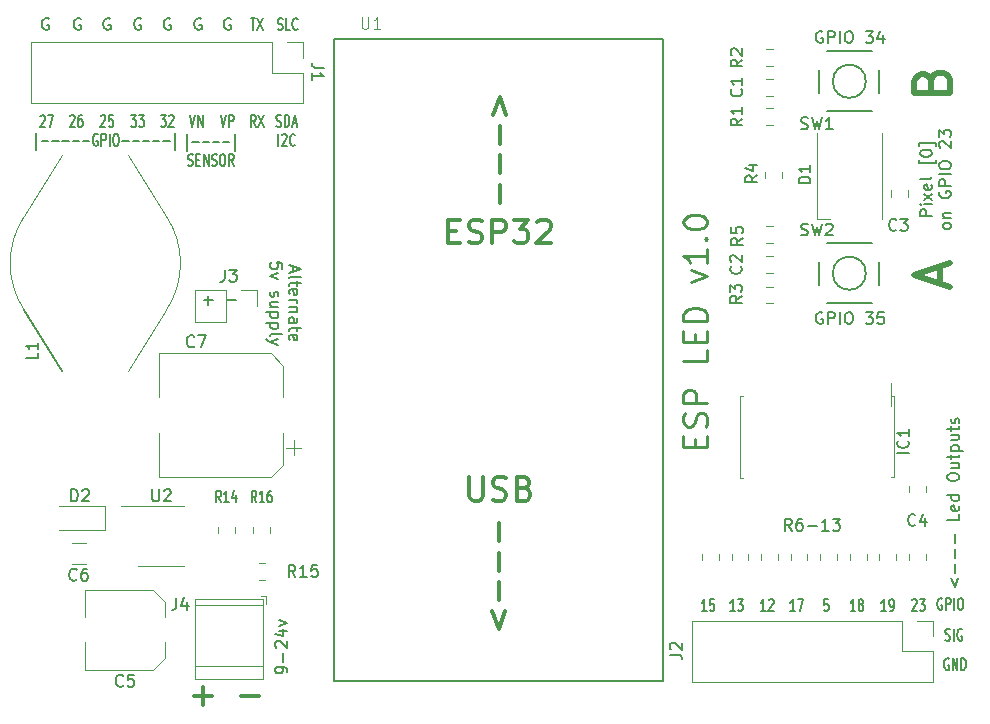
<source format=gbr>
G04 #@! TF.GenerationSoftware,KiCad,Pcbnew,(5.99.0-1157-ga17a78e42)*
G04 #@! TF.CreationDate,2020-04-19T13:41:11-07:00*
G04 #@! TF.ProjectId,signal-board,7369676e-616c-42d6-926f-6172642e6b69,rev?*
G04 #@! TF.SameCoordinates,Original*
G04 #@! TF.FileFunction,Legend,Top*
G04 #@! TF.FilePolarity,Positive*
%FSLAX46Y46*%
G04 Gerber Fmt 4.6, Leading zero omitted, Abs format (unit mm)*
G04 Created by KiCad (PCBNEW (5.99.0-1157-ga17a78e42)) date 2020-04-19 13:41:11*
%MOMM*%
%LPD*%
G01*
G04 APERTURE LIST*
%ADD10C,0.300000*%
%ADD11C,0.500000*%
%ADD12C,0.150000*%
%ADD13C,0.250000*%
%ADD14C,0.127000*%
%ADD15C,0.120000*%
%ADD16C,0.015000*%
G04 APERTURE END LIST*
D10*
X130814285Y-69157142D02*
X131480952Y-69157142D01*
X131766666Y-70204761D02*
X130814285Y-70204761D01*
X130814285Y-68204761D01*
X131766666Y-68204761D01*
X132528571Y-70109523D02*
X132814285Y-70204761D01*
X133290476Y-70204761D01*
X133480952Y-70109523D01*
X133576190Y-70014285D01*
X133671428Y-69823809D01*
X133671428Y-69633333D01*
X133576190Y-69442857D01*
X133480952Y-69347619D01*
X133290476Y-69252380D01*
X132909523Y-69157142D01*
X132719047Y-69061904D01*
X132623809Y-68966666D01*
X132528571Y-68776190D01*
X132528571Y-68585714D01*
X132623809Y-68395238D01*
X132719047Y-68300000D01*
X132909523Y-68204761D01*
X133385714Y-68204761D01*
X133671428Y-68300000D01*
X134528571Y-70204761D02*
X134528571Y-68204761D01*
X135290476Y-68204761D01*
X135480952Y-68300000D01*
X135576190Y-68395238D01*
X135671428Y-68585714D01*
X135671428Y-68871428D01*
X135576190Y-69061904D01*
X135480952Y-69157142D01*
X135290476Y-69252380D01*
X134528571Y-69252380D01*
X136338095Y-68204761D02*
X137576190Y-68204761D01*
X136909523Y-68966666D01*
X137195238Y-68966666D01*
X137385714Y-69061904D01*
X137480952Y-69157142D01*
X137576190Y-69347619D01*
X137576190Y-69823809D01*
X137480952Y-70014285D01*
X137385714Y-70109523D01*
X137195238Y-70204761D01*
X136623809Y-70204761D01*
X136433333Y-70109523D01*
X136338095Y-70014285D01*
X138338095Y-68395238D02*
X138433333Y-68300000D01*
X138623809Y-68204761D01*
X139100000Y-68204761D01*
X139290476Y-68300000D01*
X139385714Y-68395238D01*
X139480952Y-68585714D01*
X139480952Y-68776190D01*
X139385714Y-69061904D01*
X138242857Y-70204761D01*
X139480952Y-70204761D01*
X135142857Y-66776190D02*
X135142857Y-65252380D01*
X135142857Y-64300000D02*
X135142857Y-62776190D01*
X135142857Y-61823809D02*
X135142857Y-60300000D01*
X134571428Y-59347619D02*
X135142857Y-57823809D01*
X135714285Y-59347619D01*
X135057142Y-93923809D02*
X135057142Y-95447619D01*
X135057142Y-96400000D02*
X135057142Y-97923809D01*
X135057142Y-98876190D02*
X135057142Y-100400000D01*
X135628571Y-101352380D02*
X135057142Y-102876190D01*
X134485714Y-101352380D01*
X132576190Y-90004761D02*
X132576190Y-91623809D01*
X132671428Y-91814285D01*
X132766666Y-91909523D01*
X132957142Y-92004761D01*
X133338095Y-92004761D01*
X133528571Y-91909523D01*
X133623809Y-91814285D01*
X133719047Y-91623809D01*
X133719047Y-90004761D01*
X134576190Y-91909523D02*
X134861904Y-92004761D01*
X135338095Y-92004761D01*
X135528571Y-91909523D01*
X135623809Y-91814285D01*
X135719047Y-91623809D01*
X135719047Y-91433333D01*
X135623809Y-91242857D01*
X135528571Y-91147619D01*
X135338095Y-91052380D01*
X134957142Y-90957142D01*
X134766666Y-90861904D01*
X134671428Y-90766666D01*
X134576190Y-90576190D01*
X134576190Y-90385714D01*
X134671428Y-90195238D01*
X134766666Y-90100000D01*
X134957142Y-90004761D01*
X135433333Y-90004761D01*
X135719047Y-90100000D01*
X137242857Y-90957142D02*
X137528571Y-91052380D01*
X137623809Y-91147619D01*
X137719047Y-91338095D01*
X137719047Y-91623809D01*
X137623809Y-91814285D01*
X137528571Y-91909523D01*
X137338095Y-92004761D01*
X136576190Y-92004761D01*
X136576190Y-90004761D01*
X137242857Y-90004761D01*
X137433333Y-90100000D01*
X137528571Y-90195238D01*
X137623809Y-90385714D01*
X137623809Y-90576190D01*
X137528571Y-90766666D01*
X137433333Y-90861904D01*
X137242857Y-90957142D01*
X136576190Y-90957142D01*
D11*
X171685714Y-56485714D02*
X171828571Y-56057142D01*
X171971428Y-55914285D01*
X172257142Y-55771428D01*
X172685714Y-55771428D01*
X172971428Y-55914285D01*
X173114285Y-56057142D01*
X173257142Y-56342857D01*
X173257142Y-57485714D01*
X170257142Y-57485714D01*
X170257142Y-56485714D01*
X170400000Y-56200000D01*
X170542857Y-56057142D01*
X170828571Y-55914285D01*
X171114285Y-55914285D01*
X171400000Y-56057142D01*
X171542857Y-56200000D01*
X171685714Y-56485714D01*
X171685714Y-57485714D01*
X172400000Y-73614285D02*
X172400000Y-72185714D01*
X173257142Y-73900000D02*
X170257142Y-72900000D01*
X173257142Y-71900000D01*
D12*
X110074247Y-75052228D02*
X110836152Y-75052228D01*
X110455200Y-75433180D02*
X110455200Y-74671276D01*
X112074247Y-75052228D02*
X112836152Y-75052228D01*
X117630733Y-72142742D02*
X117630733Y-72618933D01*
X117345019Y-72047504D02*
X118345019Y-72380838D01*
X117345019Y-72714171D01*
X117345019Y-73190361D02*
X117392638Y-73095123D01*
X117487876Y-73047504D01*
X118345019Y-73047504D01*
X118011685Y-73428457D02*
X118011685Y-73809409D01*
X118345019Y-73571314D02*
X117487876Y-73571314D01*
X117392638Y-73618933D01*
X117345019Y-73714171D01*
X117345019Y-73809409D01*
X117392638Y-74523695D02*
X117345019Y-74428457D01*
X117345019Y-74237980D01*
X117392638Y-74142742D01*
X117487876Y-74095123D01*
X117868828Y-74095123D01*
X117964066Y-74142742D01*
X118011685Y-74237980D01*
X118011685Y-74428457D01*
X117964066Y-74523695D01*
X117868828Y-74571314D01*
X117773590Y-74571314D01*
X117678352Y-74095123D01*
X117345019Y-74999885D02*
X118011685Y-74999885D01*
X117821209Y-74999885D02*
X117916447Y-75047504D01*
X117964066Y-75095123D01*
X118011685Y-75190361D01*
X118011685Y-75285600D01*
X118011685Y-75618933D02*
X117345019Y-75618933D01*
X117916447Y-75618933D02*
X117964066Y-75666552D01*
X118011685Y-75761790D01*
X118011685Y-75904647D01*
X117964066Y-75999885D01*
X117868828Y-76047504D01*
X117345019Y-76047504D01*
X117345019Y-76952266D02*
X117868828Y-76952266D01*
X117964066Y-76904647D01*
X118011685Y-76809409D01*
X118011685Y-76618933D01*
X117964066Y-76523695D01*
X117392638Y-76952266D02*
X117345019Y-76857028D01*
X117345019Y-76618933D01*
X117392638Y-76523695D01*
X117487876Y-76476076D01*
X117583114Y-76476076D01*
X117678352Y-76523695D01*
X117725971Y-76618933D01*
X117725971Y-76857028D01*
X117773590Y-76952266D01*
X118011685Y-77285600D02*
X118011685Y-77666552D01*
X118345019Y-77428457D02*
X117487876Y-77428457D01*
X117392638Y-77476076D01*
X117345019Y-77571314D01*
X117345019Y-77666552D01*
X117392638Y-78380838D02*
X117345019Y-78285600D01*
X117345019Y-78095123D01*
X117392638Y-77999885D01*
X117487876Y-77952266D01*
X117868828Y-77952266D01*
X117964066Y-77999885D01*
X118011685Y-78095123D01*
X118011685Y-78285600D01*
X117964066Y-78380838D01*
X117868828Y-78428457D01*
X117773590Y-78428457D01*
X117678352Y-77952266D01*
X116735019Y-72357028D02*
X116735019Y-71880838D01*
X116258828Y-71833219D01*
X116306447Y-71880838D01*
X116354066Y-71976076D01*
X116354066Y-72214171D01*
X116306447Y-72309409D01*
X116258828Y-72357028D01*
X116163590Y-72404647D01*
X115925495Y-72404647D01*
X115830257Y-72357028D01*
X115782638Y-72309409D01*
X115735019Y-72214171D01*
X115735019Y-71976076D01*
X115782638Y-71880838D01*
X115830257Y-71833219D01*
X116401685Y-72737980D02*
X115735019Y-72976076D01*
X116401685Y-73214171D01*
X115782638Y-74309409D02*
X115735019Y-74404647D01*
X115735019Y-74595123D01*
X115782638Y-74690361D01*
X115877876Y-74737980D01*
X115925495Y-74737980D01*
X116020733Y-74690361D01*
X116068352Y-74595123D01*
X116068352Y-74452266D01*
X116115971Y-74357028D01*
X116211209Y-74309409D01*
X116258828Y-74309409D01*
X116354066Y-74357028D01*
X116401685Y-74452266D01*
X116401685Y-74595123D01*
X116354066Y-74690361D01*
X116401685Y-75595123D02*
X115735019Y-75595123D01*
X116401685Y-75166552D02*
X115877876Y-75166552D01*
X115782638Y-75214171D01*
X115735019Y-75309409D01*
X115735019Y-75452266D01*
X115782638Y-75547504D01*
X115830257Y-75595123D01*
X116401685Y-76071314D02*
X115401685Y-76071314D01*
X116354066Y-76071314D02*
X116401685Y-76166552D01*
X116401685Y-76357028D01*
X116354066Y-76452266D01*
X116306447Y-76499885D01*
X116211209Y-76547504D01*
X115925495Y-76547504D01*
X115830257Y-76499885D01*
X115782638Y-76452266D01*
X115735019Y-76357028D01*
X115735019Y-76166552D01*
X115782638Y-76071314D01*
X116401685Y-76976076D02*
X115401685Y-76976076D01*
X116354066Y-76976076D02*
X116401685Y-77071314D01*
X116401685Y-77261790D01*
X116354066Y-77357028D01*
X116306447Y-77404647D01*
X116211209Y-77452266D01*
X115925495Y-77452266D01*
X115830257Y-77404647D01*
X115782638Y-77357028D01*
X115735019Y-77261790D01*
X115735019Y-77071314D01*
X115782638Y-76976076D01*
X115735019Y-78023695D02*
X115782638Y-77928457D01*
X115877876Y-77880838D01*
X116735019Y-77880838D01*
X116401685Y-78309409D02*
X115735019Y-78547504D01*
X116401685Y-78785600D02*
X115735019Y-78547504D01*
X115496923Y-78452266D01*
X115449304Y-78404647D01*
X115401685Y-78309409D01*
X117152380Y-106542857D02*
X117152380Y-106352380D01*
X117104761Y-106257142D01*
X117057142Y-106209523D01*
X116914285Y-106114285D01*
X116723809Y-106066666D01*
X116342857Y-106066666D01*
X116247619Y-106114285D01*
X116200000Y-106161904D01*
X116152380Y-106257142D01*
X116152380Y-106447619D01*
X116200000Y-106542857D01*
X116247619Y-106590476D01*
X116342857Y-106638095D01*
X116580952Y-106638095D01*
X116676190Y-106590476D01*
X116723809Y-106542857D01*
X116771428Y-106447619D01*
X116771428Y-106257142D01*
X116723809Y-106161904D01*
X116676190Y-106114285D01*
X116580952Y-106066666D01*
X116771428Y-105638095D02*
X116771428Y-104876190D01*
X116247619Y-104447619D02*
X116200000Y-104400000D01*
X116152380Y-104304761D01*
X116152380Y-104066666D01*
X116200000Y-103971428D01*
X116247619Y-103923809D01*
X116342857Y-103876190D01*
X116438095Y-103876190D01*
X116580952Y-103923809D01*
X117152380Y-104495238D01*
X117152380Y-103876190D01*
X116485714Y-103019047D02*
X117152380Y-103019047D01*
X116104761Y-103257142D02*
X116819047Y-103495238D01*
X116819047Y-102876190D01*
X116485714Y-102590476D02*
X117152380Y-102352380D01*
X116485714Y-102114285D01*
D10*
X109238095Y-108542857D02*
X110761904Y-108542857D01*
X110000000Y-109304761D02*
X110000000Y-107780952D01*
X113238095Y-108542857D02*
X114761904Y-108542857D01*
D12*
X172600000Y-100300000D02*
X172533333Y-100252380D01*
X172433333Y-100252380D01*
X172333333Y-100300000D01*
X172266666Y-100395238D01*
X172233333Y-100490476D01*
X172200000Y-100680952D01*
X172200000Y-100823809D01*
X172233333Y-101014285D01*
X172266666Y-101109523D01*
X172333333Y-101204761D01*
X172433333Y-101252380D01*
X172500000Y-101252380D01*
X172600000Y-101204761D01*
X172633333Y-101157142D01*
X172633333Y-100823809D01*
X172500000Y-100823809D01*
X172933333Y-101252380D02*
X172933333Y-100252380D01*
X173200000Y-100252380D01*
X173266666Y-100300000D01*
X173300000Y-100347619D01*
X173333333Y-100442857D01*
X173333333Y-100585714D01*
X173300000Y-100680952D01*
X173266666Y-100728571D01*
X173200000Y-100776190D01*
X172933333Y-100776190D01*
X173633333Y-101252380D02*
X173633333Y-100252380D01*
X174100000Y-100252380D02*
X174233333Y-100252380D01*
X174300000Y-100300000D01*
X174366666Y-100395238D01*
X174400000Y-100585714D01*
X174400000Y-100919047D01*
X174366666Y-101109523D01*
X174300000Y-101204761D01*
X174233333Y-101252380D01*
X174100000Y-101252380D01*
X174033333Y-101204761D01*
X173966666Y-101109523D01*
X173933333Y-100919047D01*
X173933333Y-100585714D01*
X173966666Y-100395238D01*
X174033333Y-100300000D01*
X174100000Y-100252380D01*
X171747380Y-67919047D02*
X170747380Y-67919047D01*
X170747380Y-67538095D01*
X170795000Y-67442857D01*
X170842619Y-67395238D01*
X170937857Y-67347619D01*
X171080714Y-67347619D01*
X171175952Y-67395238D01*
X171223571Y-67442857D01*
X171271190Y-67538095D01*
X171271190Y-67919047D01*
X171747380Y-66919047D02*
X171080714Y-66919047D01*
X170747380Y-66919047D02*
X170795000Y-66966666D01*
X170842619Y-66919047D01*
X170795000Y-66871428D01*
X170747380Y-66919047D01*
X170842619Y-66919047D01*
X171747380Y-66538095D02*
X171080714Y-66014285D01*
X171080714Y-66538095D02*
X171747380Y-66014285D01*
X171699761Y-65252380D02*
X171747380Y-65347619D01*
X171747380Y-65538095D01*
X171699761Y-65633333D01*
X171604523Y-65680952D01*
X171223571Y-65680952D01*
X171128333Y-65633333D01*
X171080714Y-65538095D01*
X171080714Y-65347619D01*
X171128333Y-65252380D01*
X171223571Y-65204761D01*
X171318809Y-65204761D01*
X171414047Y-65680952D01*
X171747380Y-64633333D02*
X171699761Y-64728571D01*
X171604523Y-64776190D01*
X170747380Y-64776190D01*
X172080714Y-63204761D02*
X172080714Y-63442857D01*
X170652142Y-63442857D01*
X170652142Y-63204761D01*
X170747380Y-62633333D02*
X170747380Y-62538095D01*
X170795000Y-62442857D01*
X170842619Y-62395238D01*
X170937857Y-62347619D01*
X171128333Y-62300000D01*
X171366428Y-62300000D01*
X171556904Y-62347619D01*
X171652142Y-62395238D01*
X171699761Y-62442857D01*
X171747380Y-62538095D01*
X171747380Y-62633333D01*
X171699761Y-62728571D01*
X171652142Y-62776190D01*
X171556904Y-62823809D01*
X171366428Y-62871428D01*
X171128333Y-62871428D01*
X170937857Y-62823809D01*
X170842619Y-62776190D01*
X170795000Y-62728571D01*
X170747380Y-62633333D01*
X172080714Y-61966666D02*
X172080714Y-61728571D01*
X170652142Y-61728571D01*
X170652142Y-61966666D01*
X173357380Y-68800000D02*
X173309761Y-68895238D01*
X173262142Y-68942857D01*
X173166904Y-68990476D01*
X172881190Y-68990476D01*
X172785952Y-68942857D01*
X172738333Y-68895238D01*
X172690714Y-68800000D01*
X172690714Y-68657142D01*
X172738333Y-68561904D01*
X172785952Y-68514285D01*
X172881190Y-68466666D01*
X173166904Y-68466666D01*
X173262142Y-68514285D01*
X173309761Y-68561904D01*
X173357380Y-68657142D01*
X173357380Y-68800000D01*
X172690714Y-68038095D02*
X173357380Y-68038095D01*
X172785952Y-68038095D02*
X172738333Y-67990476D01*
X172690714Y-67895238D01*
X172690714Y-67752380D01*
X172738333Y-67657142D01*
X172833571Y-67609523D01*
X173357380Y-67609523D01*
X172405000Y-65847619D02*
X172357380Y-65942857D01*
X172357380Y-66085714D01*
X172405000Y-66228571D01*
X172500238Y-66323809D01*
X172595476Y-66371428D01*
X172785952Y-66419047D01*
X172928809Y-66419047D01*
X173119285Y-66371428D01*
X173214523Y-66323809D01*
X173309761Y-66228571D01*
X173357380Y-66085714D01*
X173357380Y-65990476D01*
X173309761Y-65847619D01*
X173262142Y-65800000D01*
X172928809Y-65800000D01*
X172928809Y-65990476D01*
X173357380Y-65371428D02*
X172357380Y-65371428D01*
X172357380Y-64990476D01*
X172405000Y-64895238D01*
X172452619Y-64847619D01*
X172547857Y-64800000D01*
X172690714Y-64800000D01*
X172785952Y-64847619D01*
X172833571Y-64895238D01*
X172881190Y-64990476D01*
X172881190Y-65371428D01*
X173357380Y-64371428D02*
X172357380Y-64371428D01*
X172357380Y-63704761D02*
X172357380Y-63514285D01*
X172405000Y-63419047D01*
X172500238Y-63323809D01*
X172690714Y-63276190D01*
X173024047Y-63276190D01*
X173214523Y-63323809D01*
X173309761Y-63419047D01*
X173357380Y-63514285D01*
X173357380Y-63704761D01*
X173309761Y-63800000D01*
X173214523Y-63895238D01*
X173024047Y-63942857D01*
X172690714Y-63942857D01*
X172500238Y-63895238D01*
X172405000Y-63800000D01*
X172357380Y-63704761D01*
X172452619Y-62133333D02*
X172405000Y-62085714D01*
X172357380Y-61990476D01*
X172357380Y-61752380D01*
X172405000Y-61657142D01*
X172452619Y-61609523D01*
X172547857Y-61561904D01*
X172643095Y-61561904D01*
X172785952Y-61609523D01*
X173357380Y-62180952D01*
X173357380Y-61561904D01*
X172357380Y-61228571D02*
X172357380Y-60609523D01*
X172738333Y-60942857D01*
X172738333Y-60800000D01*
X172785952Y-60704761D01*
X172833571Y-60657142D01*
X172928809Y-60609523D01*
X173166904Y-60609523D01*
X173262142Y-60657142D01*
X173309761Y-60704761D01*
X173357380Y-60800000D01*
X173357380Y-61085714D01*
X173309761Y-61180952D01*
X173262142Y-61228571D01*
X162466666Y-76100000D02*
X162371428Y-76052380D01*
X162228571Y-76052380D01*
X162085714Y-76100000D01*
X161990476Y-76195238D01*
X161942857Y-76290476D01*
X161895238Y-76480952D01*
X161895238Y-76623809D01*
X161942857Y-76814285D01*
X161990476Y-76909523D01*
X162085714Y-77004761D01*
X162228571Y-77052380D01*
X162323809Y-77052380D01*
X162466666Y-77004761D01*
X162514285Y-76957142D01*
X162514285Y-76623809D01*
X162323809Y-76623809D01*
X162942857Y-77052380D02*
X162942857Y-76052380D01*
X163323809Y-76052380D01*
X163419047Y-76100000D01*
X163466666Y-76147619D01*
X163514285Y-76242857D01*
X163514285Y-76385714D01*
X163466666Y-76480952D01*
X163419047Y-76528571D01*
X163323809Y-76576190D01*
X162942857Y-76576190D01*
X163942857Y-77052380D02*
X163942857Y-76052380D01*
X164609523Y-76052380D02*
X164800000Y-76052380D01*
X164895238Y-76100000D01*
X164990476Y-76195238D01*
X165038095Y-76385714D01*
X165038095Y-76719047D01*
X164990476Y-76909523D01*
X164895238Y-77004761D01*
X164800000Y-77052380D01*
X164609523Y-77052380D01*
X164514285Y-77004761D01*
X164419047Y-76909523D01*
X164371428Y-76719047D01*
X164371428Y-76385714D01*
X164419047Y-76195238D01*
X164514285Y-76100000D01*
X164609523Y-76052380D01*
X166133333Y-76052380D02*
X166752380Y-76052380D01*
X166419047Y-76433333D01*
X166561904Y-76433333D01*
X166657142Y-76480952D01*
X166704761Y-76528571D01*
X166752380Y-76623809D01*
X166752380Y-76861904D01*
X166704761Y-76957142D01*
X166657142Y-77004761D01*
X166561904Y-77052380D01*
X166276190Y-77052380D01*
X166180952Y-77004761D01*
X166133333Y-76957142D01*
X167657142Y-76052380D02*
X167180952Y-76052380D01*
X167133333Y-76528571D01*
X167180952Y-76480952D01*
X167276190Y-76433333D01*
X167514285Y-76433333D01*
X167609523Y-76480952D01*
X167657142Y-76528571D01*
X167704761Y-76623809D01*
X167704761Y-76861904D01*
X167657142Y-76957142D01*
X167609523Y-77004761D01*
X167514285Y-77052380D01*
X167276190Y-77052380D01*
X167180952Y-77004761D01*
X167133333Y-76957142D01*
X162466666Y-52300000D02*
X162371428Y-52252380D01*
X162228571Y-52252380D01*
X162085714Y-52300000D01*
X161990476Y-52395238D01*
X161942857Y-52490476D01*
X161895238Y-52680952D01*
X161895238Y-52823809D01*
X161942857Y-53014285D01*
X161990476Y-53109523D01*
X162085714Y-53204761D01*
X162228571Y-53252380D01*
X162323809Y-53252380D01*
X162466666Y-53204761D01*
X162514285Y-53157142D01*
X162514285Y-52823809D01*
X162323809Y-52823809D01*
X162942857Y-53252380D02*
X162942857Y-52252380D01*
X163323809Y-52252380D01*
X163419047Y-52300000D01*
X163466666Y-52347619D01*
X163514285Y-52442857D01*
X163514285Y-52585714D01*
X163466666Y-52680952D01*
X163419047Y-52728571D01*
X163323809Y-52776190D01*
X162942857Y-52776190D01*
X163942857Y-53252380D02*
X163942857Y-52252380D01*
X164609523Y-52252380D02*
X164800000Y-52252380D01*
X164895238Y-52300000D01*
X164990476Y-52395238D01*
X165038095Y-52585714D01*
X165038095Y-52919047D01*
X164990476Y-53109523D01*
X164895238Y-53204761D01*
X164800000Y-53252380D01*
X164609523Y-53252380D01*
X164514285Y-53204761D01*
X164419047Y-53109523D01*
X164371428Y-52919047D01*
X164371428Y-52585714D01*
X164419047Y-52395238D01*
X164514285Y-52300000D01*
X164609523Y-52252380D01*
X166133333Y-52252380D02*
X166752380Y-52252380D01*
X166419047Y-52633333D01*
X166561904Y-52633333D01*
X166657142Y-52680952D01*
X166704761Y-52728571D01*
X166752380Y-52823809D01*
X166752380Y-53061904D01*
X166704761Y-53157142D01*
X166657142Y-53204761D01*
X166561904Y-53252380D01*
X166276190Y-53252380D01*
X166180952Y-53204761D01*
X166133333Y-53157142D01*
X167609523Y-52585714D02*
X167609523Y-53252380D01*
X167371428Y-52204761D02*
X167133333Y-52919047D01*
X167752380Y-52919047D01*
X173385714Y-98580952D02*
X173671428Y-99342857D01*
X173957142Y-98580952D01*
X173671428Y-98104761D02*
X173671428Y-97342857D01*
X173671428Y-96866666D02*
X173671428Y-96104761D01*
X173671428Y-95628571D02*
X173671428Y-94866666D01*
X174052380Y-93152380D02*
X174052380Y-93628571D01*
X173052380Y-93628571D01*
X174004761Y-92438095D02*
X174052380Y-92533333D01*
X174052380Y-92723809D01*
X174004761Y-92819047D01*
X173909523Y-92866666D01*
X173528571Y-92866666D01*
X173433333Y-92819047D01*
X173385714Y-92723809D01*
X173385714Y-92533333D01*
X173433333Y-92438095D01*
X173528571Y-92390476D01*
X173623809Y-92390476D01*
X173719047Y-92866666D01*
X174052380Y-91533333D02*
X173052380Y-91533333D01*
X174004761Y-91533333D02*
X174052380Y-91628571D01*
X174052380Y-91819047D01*
X174004761Y-91914285D01*
X173957142Y-91961904D01*
X173861904Y-92009523D01*
X173576190Y-92009523D01*
X173480952Y-91961904D01*
X173433333Y-91914285D01*
X173385714Y-91819047D01*
X173385714Y-91628571D01*
X173433333Y-91533333D01*
X173052380Y-90104761D02*
X173052380Y-89914285D01*
X173100000Y-89819047D01*
X173195238Y-89723809D01*
X173385714Y-89676190D01*
X173719047Y-89676190D01*
X173909523Y-89723809D01*
X174004761Y-89819047D01*
X174052380Y-89914285D01*
X174052380Y-90104761D01*
X174004761Y-90200000D01*
X173909523Y-90295238D01*
X173719047Y-90342857D01*
X173385714Y-90342857D01*
X173195238Y-90295238D01*
X173100000Y-90200000D01*
X173052380Y-90104761D01*
X173385714Y-88819047D02*
X174052380Y-88819047D01*
X173385714Y-89247619D02*
X173909523Y-89247619D01*
X174004761Y-89200000D01*
X174052380Y-89104761D01*
X174052380Y-88961904D01*
X174004761Y-88866666D01*
X173957142Y-88819047D01*
X173385714Y-88485714D02*
X173385714Y-88104761D01*
X173052380Y-88342857D02*
X173909523Y-88342857D01*
X174004761Y-88295238D01*
X174052380Y-88200000D01*
X174052380Y-88104761D01*
X173385714Y-87771428D02*
X174385714Y-87771428D01*
X173433333Y-87771428D02*
X173385714Y-87676190D01*
X173385714Y-87485714D01*
X173433333Y-87390476D01*
X173480952Y-87342857D01*
X173576190Y-87295238D01*
X173861904Y-87295238D01*
X173957142Y-87342857D01*
X174004761Y-87390476D01*
X174052380Y-87485714D01*
X174052380Y-87676190D01*
X174004761Y-87771428D01*
X173385714Y-86438095D02*
X174052380Y-86438095D01*
X173385714Y-86866666D02*
X173909523Y-86866666D01*
X174004761Y-86819047D01*
X174052380Y-86723809D01*
X174052380Y-86580952D01*
X174004761Y-86485714D01*
X173957142Y-86438095D01*
X173385714Y-86104761D02*
X173385714Y-85723809D01*
X173052380Y-85961904D02*
X173909523Y-85961904D01*
X174004761Y-85914285D01*
X174052380Y-85819047D01*
X174052380Y-85723809D01*
X174004761Y-85438095D02*
X174052380Y-85342857D01*
X174052380Y-85152380D01*
X174004761Y-85057142D01*
X173909523Y-85009523D01*
X173861904Y-85009523D01*
X173766666Y-85057142D01*
X173719047Y-85152380D01*
X173719047Y-85295238D01*
X173671428Y-85390476D01*
X173576190Y-85438095D01*
X173528571Y-85438095D01*
X173433333Y-85390476D01*
X173385714Y-85295238D01*
X173385714Y-85152380D01*
X173433333Y-85057142D01*
X152666666Y-101352380D02*
X152266666Y-101352380D01*
X152466666Y-101352380D02*
X152466666Y-100352380D01*
X152400000Y-100495238D01*
X152333333Y-100590476D01*
X152266666Y-100638095D01*
X153300000Y-100352380D02*
X152966666Y-100352380D01*
X152933333Y-100828571D01*
X152966666Y-100780952D01*
X153033333Y-100733333D01*
X153200000Y-100733333D01*
X153266666Y-100780952D01*
X153300000Y-100828571D01*
X153333333Y-100923809D01*
X153333333Y-101161904D01*
X153300000Y-101257142D01*
X153266666Y-101304761D01*
X153200000Y-101352380D01*
X153033333Y-101352380D01*
X152966666Y-101304761D01*
X152933333Y-101257142D01*
X170066666Y-100447619D02*
X170100000Y-100400000D01*
X170166666Y-100352380D01*
X170333333Y-100352380D01*
X170400000Y-100400000D01*
X170433333Y-100447619D01*
X170466666Y-100542857D01*
X170466666Y-100638095D01*
X170433333Y-100780952D01*
X170033333Y-101352380D01*
X170466666Y-101352380D01*
X170700000Y-100352380D02*
X171133333Y-100352380D01*
X170900000Y-100733333D01*
X171000000Y-100733333D01*
X171066666Y-100780952D01*
X171100000Y-100828571D01*
X171133333Y-100923809D01*
X171133333Y-101161904D01*
X171100000Y-101257142D01*
X171066666Y-101304761D01*
X171000000Y-101352380D01*
X170800000Y-101352380D01*
X170733333Y-101304761D01*
X170700000Y-101257142D01*
X167866666Y-101352380D02*
X167466666Y-101352380D01*
X167666666Y-101352380D02*
X167666666Y-100352380D01*
X167600000Y-100495238D01*
X167533333Y-100590476D01*
X167466666Y-100638095D01*
X168200000Y-101352380D02*
X168333333Y-101352380D01*
X168400000Y-101304761D01*
X168433333Y-101257142D01*
X168500000Y-101114285D01*
X168533333Y-100923809D01*
X168533333Y-100542857D01*
X168500000Y-100447619D01*
X168466666Y-100400000D01*
X168400000Y-100352380D01*
X168266666Y-100352380D01*
X168200000Y-100400000D01*
X168166666Y-100447619D01*
X168133333Y-100542857D01*
X168133333Y-100780952D01*
X168166666Y-100876190D01*
X168200000Y-100923809D01*
X168266666Y-100971428D01*
X168400000Y-100971428D01*
X168466666Y-100923809D01*
X168500000Y-100876190D01*
X168533333Y-100780952D01*
X165266666Y-101352380D02*
X164866666Y-101352380D01*
X165066666Y-101352380D02*
X165066666Y-100352380D01*
X165000000Y-100495238D01*
X164933333Y-100590476D01*
X164866666Y-100638095D01*
X165666666Y-100780952D02*
X165600000Y-100733333D01*
X165566666Y-100685714D01*
X165533333Y-100590476D01*
X165533333Y-100542857D01*
X165566666Y-100447619D01*
X165600000Y-100400000D01*
X165666666Y-100352380D01*
X165800000Y-100352380D01*
X165866666Y-100400000D01*
X165900000Y-100447619D01*
X165933333Y-100542857D01*
X165933333Y-100590476D01*
X165900000Y-100685714D01*
X165866666Y-100733333D01*
X165800000Y-100780952D01*
X165666666Y-100780952D01*
X165600000Y-100828571D01*
X165566666Y-100876190D01*
X165533333Y-100971428D01*
X165533333Y-101161904D01*
X165566666Y-101257142D01*
X165600000Y-101304761D01*
X165666666Y-101352380D01*
X165800000Y-101352380D01*
X165866666Y-101304761D01*
X165900000Y-101257142D01*
X165933333Y-101161904D01*
X165933333Y-100971428D01*
X165900000Y-100876190D01*
X165866666Y-100828571D01*
X165800000Y-100780952D01*
X162966666Y-100352380D02*
X162633333Y-100352380D01*
X162600000Y-100828571D01*
X162633333Y-100780952D01*
X162700000Y-100733333D01*
X162866666Y-100733333D01*
X162933333Y-100780952D01*
X162966666Y-100828571D01*
X163000000Y-100923809D01*
X163000000Y-101161904D01*
X162966666Y-101257142D01*
X162933333Y-101304761D01*
X162866666Y-101352380D01*
X162700000Y-101352380D01*
X162633333Y-101304761D01*
X162600000Y-101257142D01*
X160166666Y-101352380D02*
X159766666Y-101352380D01*
X159966666Y-101352380D02*
X159966666Y-100352380D01*
X159900000Y-100495238D01*
X159833333Y-100590476D01*
X159766666Y-100638095D01*
X160400000Y-100352380D02*
X160866666Y-100352380D01*
X160566666Y-101352380D01*
X157666666Y-101352380D02*
X157266666Y-101352380D01*
X157466666Y-101352380D02*
X157466666Y-100352380D01*
X157400000Y-100495238D01*
X157333333Y-100590476D01*
X157266666Y-100638095D01*
X157933333Y-100447619D02*
X157966666Y-100400000D01*
X158033333Y-100352380D01*
X158200000Y-100352380D01*
X158266666Y-100400000D01*
X158300000Y-100447619D01*
X158333333Y-100542857D01*
X158333333Y-100638095D01*
X158300000Y-100780952D01*
X157900000Y-101352380D01*
X158333333Y-101352380D01*
X155066666Y-101352380D02*
X154666666Y-101352380D01*
X154866666Y-101352380D02*
X154866666Y-100352380D01*
X154800000Y-100495238D01*
X154733333Y-100590476D01*
X154666666Y-100638095D01*
X155300000Y-100352380D02*
X155733333Y-100352380D01*
X155500000Y-100733333D01*
X155600000Y-100733333D01*
X155666666Y-100780952D01*
X155700000Y-100828571D01*
X155733333Y-100923809D01*
X155733333Y-101161904D01*
X155700000Y-101257142D01*
X155666666Y-101304761D01*
X155600000Y-101352380D01*
X155400000Y-101352380D01*
X155333333Y-101304761D01*
X155300000Y-101257142D01*
X95900000Y-62285714D02*
X95900000Y-60857142D01*
X96400000Y-61571428D02*
X96933333Y-61571428D01*
X97266666Y-61571428D02*
X97800000Y-61571428D01*
X98133333Y-61571428D02*
X98666666Y-61571428D01*
X99000000Y-61571428D02*
X99533333Y-61571428D01*
X99866666Y-61571428D02*
X100400000Y-61571428D01*
X101100000Y-61000000D02*
X101033333Y-60952380D01*
X100933333Y-60952380D01*
X100833333Y-61000000D01*
X100766666Y-61095238D01*
X100733333Y-61190476D01*
X100700000Y-61380952D01*
X100700000Y-61523809D01*
X100733333Y-61714285D01*
X100766666Y-61809523D01*
X100833333Y-61904761D01*
X100933333Y-61952380D01*
X101000000Y-61952380D01*
X101100000Y-61904761D01*
X101133333Y-61857142D01*
X101133333Y-61523809D01*
X101000000Y-61523809D01*
X101433333Y-61952380D02*
X101433333Y-60952380D01*
X101700000Y-60952380D01*
X101766666Y-61000000D01*
X101800000Y-61047619D01*
X101833333Y-61142857D01*
X101833333Y-61285714D01*
X101800000Y-61380952D01*
X101766666Y-61428571D01*
X101700000Y-61476190D01*
X101433333Y-61476190D01*
X102133333Y-61952380D02*
X102133333Y-60952380D01*
X102600000Y-60952380D02*
X102733333Y-60952380D01*
X102800000Y-61000000D01*
X102866666Y-61095238D01*
X102900000Y-61285714D01*
X102900000Y-61619047D01*
X102866666Y-61809523D01*
X102800000Y-61904761D01*
X102733333Y-61952380D01*
X102600000Y-61952380D01*
X102533333Y-61904761D01*
X102466666Y-61809523D01*
X102433333Y-61619047D01*
X102433333Y-61285714D01*
X102466666Y-61095238D01*
X102533333Y-61000000D01*
X102600000Y-60952380D01*
X103200000Y-61571428D02*
X103733333Y-61571428D01*
X104066666Y-61571428D02*
X104600000Y-61571428D01*
X104933333Y-61571428D02*
X105466666Y-61571428D01*
X105800000Y-61571428D02*
X106333333Y-61571428D01*
X106666666Y-61571428D02*
X107200000Y-61571428D01*
X107700000Y-62285714D02*
X107700000Y-60857142D01*
X96266666Y-59447619D02*
X96300000Y-59400000D01*
X96366666Y-59352380D01*
X96533333Y-59352380D01*
X96600000Y-59400000D01*
X96633333Y-59447619D01*
X96666666Y-59542857D01*
X96666666Y-59638095D01*
X96633333Y-59780952D01*
X96233333Y-60352380D01*
X96666666Y-60352380D01*
X96900000Y-59352380D02*
X97366666Y-59352380D01*
X97066666Y-60352380D01*
X98766666Y-59447619D02*
X98800000Y-59400000D01*
X98866666Y-59352380D01*
X99033333Y-59352380D01*
X99100000Y-59400000D01*
X99133333Y-59447619D01*
X99166666Y-59542857D01*
X99166666Y-59638095D01*
X99133333Y-59780952D01*
X98733333Y-60352380D01*
X99166666Y-60352380D01*
X99766666Y-59352380D02*
X99633333Y-59352380D01*
X99566666Y-59400000D01*
X99533333Y-59447619D01*
X99466666Y-59590476D01*
X99433333Y-59780952D01*
X99433333Y-60161904D01*
X99466666Y-60257142D01*
X99500000Y-60304761D01*
X99566666Y-60352380D01*
X99700000Y-60352380D01*
X99766666Y-60304761D01*
X99800000Y-60257142D01*
X99833333Y-60161904D01*
X99833333Y-59923809D01*
X99800000Y-59828571D01*
X99766666Y-59780952D01*
X99700000Y-59733333D01*
X99566666Y-59733333D01*
X99500000Y-59780952D01*
X99466666Y-59828571D01*
X99433333Y-59923809D01*
X101366666Y-59447619D02*
X101400000Y-59400000D01*
X101466666Y-59352380D01*
X101633333Y-59352380D01*
X101700000Y-59400000D01*
X101733333Y-59447619D01*
X101766666Y-59542857D01*
X101766666Y-59638095D01*
X101733333Y-59780952D01*
X101333333Y-60352380D01*
X101766666Y-60352380D01*
X102400000Y-59352380D02*
X102066666Y-59352380D01*
X102033333Y-59828571D01*
X102066666Y-59780952D01*
X102133333Y-59733333D01*
X102300000Y-59733333D01*
X102366666Y-59780952D01*
X102400000Y-59828571D01*
X102433333Y-59923809D01*
X102433333Y-60161904D01*
X102400000Y-60257142D01*
X102366666Y-60304761D01*
X102300000Y-60352380D01*
X102133333Y-60352380D01*
X102066666Y-60304761D01*
X102033333Y-60257142D01*
X103933333Y-59352380D02*
X104366666Y-59352380D01*
X104133333Y-59733333D01*
X104233333Y-59733333D01*
X104300000Y-59780952D01*
X104333333Y-59828571D01*
X104366666Y-59923809D01*
X104366666Y-60161904D01*
X104333333Y-60257142D01*
X104300000Y-60304761D01*
X104233333Y-60352380D01*
X104033333Y-60352380D01*
X103966666Y-60304761D01*
X103933333Y-60257142D01*
X104600000Y-59352380D02*
X105033333Y-59352380D01*
X104800000Y-59733333D01*
X104900000Y-59733333D01*
X104966666Y-59780952D01*
X105000000Y-59828571D01*
X105033333Y-59923809D01*
X105033333Y-60161904D01*
X105000000Y-60257142D01*
X104966666Y-60304761D01*
X104900000Y-60352380D01*
X104700000Y-60352380D01*
X104633333Y-60304761D01*
X104600000Y-60257142D01*
X106433333Y-59352380D02*
X106866666Y-59352380D01*
X106633333Y-59733333D01*
X106733333Y-59733333D01*
X106800000Y-59780952D01*
X106833333Y-59828571D01*
X106866666Y-59923809D01*
X106866666Y-60161904D01*
X106833333Y-60257142D01*
X106800000Y-60304761D01*
X106733333Y-60352380D01*
X106533333Y-60352380D01*
X106466666Y-60304761D01*
X106433333Y-60257142D01*
X107133333Y-59447619D02*
X107166666Y-59400000D01*
X107233333Y-59352380D01*
X107400000Y-59352380D01*
X107466666Y-59400000D01*
X107500000Y-59447619D01*
X107533333Y-59542857D01*
X107533333Y-59638095D01*
X107500000Y-59780952D01*
X107100000Y-60352380D01*
X107533333Y-60352380D01*
X108633333Y-62380714D02*
X108633333Y-60952142D01*
X109133333Y-61666428D02*
X109666666Y-61666428D01*
X110000000Y-61666428D02*
X110533333Y-61666428D01*
X110866666Y-61666428D02*
X111400000Y-61666428D01*
X111733333Y-61666428D02*
X112266666Y-61666428D01*
X112766666Y-62380714D02*
X112766666Y-60952142D01*
X108766666Y-63609761D02*
X108866666Y-63657380D01*
X109033333Y-63657380D01*
X109100000Y-63609761D01*
X109133333Y-63562142D01*
X109166666Y-63466904D01*
X109166666Y-63371666D01*
X109133333Y-63276428D01*
X109100000Y-63228809D01*
X109033333Y-63181190D01*
X108900000Y-63133571D01*
X108833333Y-63085952D01*
X108800000Y-63038333D01*
X108766666Y-62943095D01*
X108766666Y-62847857D01*
X108800000Y-62752619D01*
X108833333Y-62705000D01*
X108900000Y-62657380D01*
X109066666Y-62657380D01*
X109166666Y-62705000D01*
X109466666Y-63133571D02*
X109700000Y-63133571D01*
X109800000Y-63657380D02*
X109466666Y-63657380D01*
X109466666Y-62657380D01*
X109800000Y-62657380D01*
X110100000Y-63657380D02*
X110100000Y-62657380D01*
X110500000Y-63657380D01*
X110500000Y-62657380D01*
X110800000Y-63609761D02*
X110900000Y-63657380D01*
X111066666Y-63657380D01*
X111133333Y-63609761D01*
X111166666Y-63562142D01*
X111200000Y-63466904D01*
X111200000Y-63371666D01*
X111166666Y-63276428D01*
X111133333Y-63228809D01*
X111066666Y-63181190D01*
X110933333Y-63133571D01*
X110866666Y-63085952D01*
X110833333Y-63038333D01*
X110800000Y-62943095D01*
X110800000Y-62847857D01*
X110833333Y-62752619D01*
X110866666Y-62705000D01*
X110933333Y-62657380D01*
X111100000Y-62657380D01*
X111200000Y-62705000D01*
X111633333Y-62657380D02*
X111766666Y-62657380D01*
X111833333Y-62705000D01*
X111900000Y-62800238D01*
X111933333Y-62990714D01*
X111933333Y-63324047D01*
X111900000Y-63514523D01*
X111833333Y-63609761D01*
X111766666Y-63657380D01*
X111633333Y-63657380D01*
X111566666Y-63609761D01*
X111500000Y-63514523D01*
X111466666Y-63324047D01*
X111466666Y-62990714D01*
X111500000Y-62800238D01*
X111566666Y-62705000D01*
X111633333Y-62657380D01*
X112633333Y-63657380D02*
X112400000Y-63181190D01*
X112233333Y-63657380D02*
X112233333Y-62657380D01*
X112500000Y-62657380D01*
X112566666Y-62705000D01*
X112600000Y-62752619D01*
X112633333Y-62847857D01*
X112633333Y-62990714D01*
X112600000Y-63085952D01*
X112566666Y-63133571D01*
X112500000Y-63181190D01*
X112233333Y-63181190D01*
X108900000Y-59352380D02*
X109133333Y-60352380D01*
X109366666Y-59352380D01*
X109600000Y-60352380D02*
X109600000Y-59352380D01*
X110000000Y-60352380D01*
X110000000Y-59352380D01*
X111516666Y-59352380D02*
X111750000Y-60352380D01*
X111983333Y-59352380D01*
X112216666Y-60352380D02*
X112216666Y-59352380D01*
X112483333Y-59352380D01*
X112550000Y-59400000D01*
X112583333Y-59447619D01*
X112616666Y-59542857D01*
X112616666Y-59685714D01*
X112583333Y-59780952D01*
X112550000Y-59828571D01*
X112483333Y-59876190D01*
X112216666Y-59876190D01*
X116250000Y-60299761D02*
X116350000Y-60347380D01*
X116516666Y-60347380D01*
X116583333Y-60299761D01*
X116616666Y-60252142D01*
X116650000Y-60156904D01*
X116650000Y-60061666D01*
X116616666Y-59966428D01*
X116583333Y-59918809D01*
X116516666Y-59871190D01*
X116383333Y-59823571D01*
X116316666Y-59775952D01*
X116283333Y-59728333D01*
X116250000Y-59633095D01*
X116250000Y-59537857D01*
X116283333Y-59442619D01*
X116316666Y-59395000D01*
X116383333Y-59347380D01*
X116550000Y-59347380D01*
X116650000Y-59395000D01*
X116950000Y-60347380D02*
X116950000Y-59347380D01*
X117116666Y-59347380D01*
X117216666Y-59395000D01*
X117283333Y-59490238D01*
X117316666Y-59585476D01*
X117350000Y-59775952D01*
X117350000Y-59918809D01*
X117316666Y-60109285D01*
X117283333Y-60204523D01*
X117216666Y-60299761D01*
X117116666Y-60347380D01*
X116950000Y-60347380D01*
X117616666Y-60061666D02*
X117950000Y-60061666D01*
X117550000Y-60347380D02*
X117783333Y-59347380D01*
X118016666Y-60347380D01*
X116416666Y-61957380D02*
X116416666Y-60957380D01*
X116716666Y-61052619D02*
X116750000Y-61005000D01*
X116816666Y-60957380D01*
X116983333Y-60957380D01*
X117050000Y-61005000D01*
X117083333Y-61052619D01*
X117116666Y-61147857D01*
X117116666Y-61243095D01*
X117083333Y-61385952D01*
X116683333Y-61957380D01*
X117116666Y-61957380D01*
X117816666Y-61862142D02*
X117783333Y-61909761D01*
X117683333Y-61957380D01*
X117616666Y-61957380D01*
X117516666Y-61909761D01*
X117450000Y-61814523D01*
X117416666Y-61719285D01*
X117383333Y-61528809D01*
X117383333Y-61385952D01*
X117416666Y-61195476D01*
X117450000Y-61100238D01*
X117516666Y-61005000D01*
X117616666Y-60957380D01*
X117683333Y-60957380D01*
X117783333Y-61005000D01*
X117816666Y-61052619D01*
X116366666Y-52104761D02*
X116466666Y-52152380D01*
X116633333Y-52152380D01*
X116700000Y-52104761D01*
X116733333Y-52057142D01*
X116766666Y-51961904D01*
X116766666Y-51866666D01*
X116733333Y-51771428D01*
X116700000Y-51723809D01*
X116633333Y-51676190D01*
X116500000Y-51628571D01*
X116433333Y-51580952D01*
X116400000Y-51533333D01*
X116366666Y-51438095D01*
X116366666Y-51342857D01*
X116400000Y-51247619D01*
X116433333Y-51200000D01*
X116500000Y-51152380D01*
X116666666Y-51152380D01*
X116766666Y-51200000D01*
X117400000Y-52152380D02*
X117066666Y-52152380D01*
X117066666Y-51152380D01*
X118033333Y-52057142D02*
X118000000Y-52104761D01*
X117900000Y-52152380D01*
X117833333Y-52152380D01*
X117733333Y-52104761D01*
X117666666Y-52009523D01*
X117633333Y-51914285D01*
X117600000Y-51723809D01*
X117600000Y-51580952D01*
X117633333Y-51390476D01*
X117666666Y-51295238D01*
X117733333Y-51200000D01*
X117833333Y-51152380D01*
X117900000Y-51152380D01*
X118000000Y-51200000D01*
X118033333Y-51247619D01*
X114483333Y-60352380D02*
X114250000Y-59876190D01*
X114083333Y-60352380D02*
X114083333Y-59352380D01*
X114350000Y-59352380D01*
X114416666Y-59400000D01*
X114450000Y-59447619D01*
X114483333Y-59542857D01*
X114483333Y-59685714D01*
X114450000Y-59780952D01*
X114416666Y-59828571D01*
X114350000Y-59876190D01*
X114083333Y-59876190D01*
X114716666Y-59352380D02*
X115183333Y-60352380D01*
X115183333Y-59352380D02*
X114716666Y-60352380D01*
X114066666Y-51152380D02*
X114466666Y-51152380D01*
X114266666Y-52152380D02*
X114266666Y-51152380D01*
X114633333Y-51152380D02*
X115100000Y-52152380D01*
X115100000Y-51152380D02*
X114633333Y-52152380D01*
X112361904Y-51200000D02*
X112266666Y-51152380D01*
X112123809Y-51152380D01*
X111980952Y-51200000D01*
X111885714Y-51295238D01*
X111838095Y-51390476D01*
X111790476Y-51580952D01*
X111790476Y-51723809D01*
X111838095Y-51914285D01*
X111885714Y-52009523D01*
X111980952Y-52104761D01*
X112123809Y-52152380D01*
X112219047Y-52152380D01*
X112361904Y-52104761D01*
X112409523Y-52057142D01*
X112409523Y-51723809D01*
X112219047Y-51723809D01*
X109861904Y-51200000D02*
X109766666Y-51152380D01*
X109623809Y-51152380D01*
X109480952Y-51200000D01*
X109385714Y-51295238D01*
X109338095Y-51390476D01*
X109290476Y-51580952D01*
X109290476Y-51723809D01*
X109338095Y-51914285D01*
X109385714Y-52009523D01*
X109480952Y-52104761D01*
X109623809Y-52152380D01*
X109719047Y-52152380D01*
X109861904Y-52104761D01*
X109909523Y-52057142D01*
X109909523Y-51723809D01*
X109719047Y-51723809D01*
X107261904Y-51200000D02*
X107166666Y-51152380D01*
X107023809Y-51152380D01*
X106880952Y-51200000D01*
X106785714Y-51295238D01*
X106738095Y-51390476D01*
X106690476Y-51580952D01*
X106690476Y-51723809D01*
X106738095Y-51914285D01*
X106785714Y-52009523D01*
X106880952Y-52104761D01*
X107023809Y-52152380D01*
X107119047Y-52152380D01*
X107261904Y-52104761D01*
X107309523Y-52057142D01*
X107309523Y-51723809D01*
X107119047Y-51723809D01*
X104761904Y-51200000D02*
X104666666Y-51152380D01*
X104523809Y-51152380D01*
X104380952Y-51200000D01*
X104285714Y-51295238D01*
X104238095Y-51390476D01*
X104190476Y-51580952D01*
X104190476Y-51723809D01*
X104238095Y-51914285D01*
X104285714Y-52009523D01*
X104380952Y-52104761D01*
X104523809Y-52152380D01*
X104619047Y-52152380D01*
X104761904Y-52104761D01*
X104809523Y-52057142D01*
X104809523Y-51723809D01*
X104619047Y-51723809D01*
X102161904Y-51200000D02*
X102066666Y-51152380D01*
X101923809Y-51152380D01*
X101780952Y-51200000D01*
X101685714Y-51295238D01*
X101638095Y-51390476D01*
X101590476Y-51580952D01*
X101590476Y-51723809D01*
X101638095Y-51914285D01*
X101685714Y-52009523D01*
X101780952Y-52104761D01*
X101923809Y-52152380D01*
X102019047Y-52152380D01*
X102161904Y-52104761D01*
X102209523Y-52057142D01*
X102209523Y-51723809D01*
X102019047Y-51723809D01*
X99661904Y-51200000D02*
X99566666Y-51152380D01*
X99423809Y-51152380D01*
X99280952Y-51200000D01*
X99185714Y-51295238D01*
X99138095Y-51390476D01*
X99090476Y-51580952D01*
X99090476Y-51723809D01*
X99138095Y-51914285D01*
X99185714Y-52009523D01*
X99280952Y-52104761D01*
X99423809Y-52152380D01*
X99519047Y-52152380D01*
X99661904Y-52104761D01*
X99709523Y-52057142D01*
X99709523Y-51723809D01*
X99519047Y-51723809D01*
X96961904Y-51200000D02*
X96866666Y-51152380D01*
X96723809Y-51152380D01*
X96580952Y-51200000D01*
X96485714Y-51295238D01*
X96438095Y-51390476D01*
X96390476Y-51580952D01*
X96390476Y-51723809D01*
X96438095Y-51914285D01*
X96485714Y-52009523D01*
X96580952Y-52104761D01*
X96723809Y-52152380D01*
X96819047Y-52152380D01*
X96961904Y-52104761D01*
X97009523Y-52057142D01*
X97009523Y-51723809D01*
X96819047Y-51723809D01*
X159861904Y-94552380D02*
X159528571Y-94076190D01*
X159290476Y-94552380D02*
X159290476Y-93552380D01*
X159671428Y-93552380D01*
X159766666Y-93600000D01*
X159814285Y-93647619D01*
X159861904Y-93742857D01*
X159861904Y-93885714D01*
X159814285Y-93980952D01*
X159766666Y-94028571D01*
X159671428Y-94076190D01*
X159290476Y-94076190D01*
X160719047Y-93552380D02*
X160528571Y-93552380D01*
X160433333Y-93600000D01*
X160385714Y-93647619D01*
X160290476Y-93790476D01*
X160242857Y-93980952D01*
X160242857Y-94361904D01*
X160290476Y-94457142D01*
X160338095Y-94504761D01*
X160433333Y-94552380D01*
X160623809Y-94552380D01*
X160719047Y-94504761D01*
X160766666Y-94457142D01*
X160814285Y-94361904D01*
X160814285Y-94123809D01*
X160766666Y-94028571D01*
X160719047Y-93980952D01*
X160623809Y-93933333D01*
X160433333Y-93933333D01*
X160338095Y-93980952D01*
X160290476Y-94028571D01*
X160242857Y-94123809D01*
X161242857Y-94171428D02*
X162004761Y-94171428D01*
X163004761Y-94552380D02*
X162433333Y-94552380D01*
X162719047Y-94552380D02*
X162719047Y-93552380D01*
X162623809Y-93695238D01*
X162528571Y-93790476D01*
X162433333Y-93838095D01*
X163338095Y-93552380D02*
X163957142Y-93552380D01*
X163623809Y-93933333D01*
X163766666Y-93933333D01*
X163861904Y-93980952D01*
X163909523Y-94028571D01*
X163957142Y-94123809D01*
X163957142Y-94361904D01*
X163909523Y-94457142D01*
X163861904Y-94504761D01*
X163766666Y-94552380D01*
X163480952Y-94552380D01*
X163385714Y-94504761D01*
X163338095Y-94457142D01*
X173166666Y-105400000D02*
X173100000Y-105352380D01*
X173000000Y-105352380D01*
X172900000Y-105400000D01*
X172833333Y-105495238D01*
X172800000Y-105590476D01*
X172766666Y-105780952D01*
X172766666Y-105923809D01*
X172800000Y-106114285D01*
X172833333Y-106209523D01*
X172900000Y-106304761D01*
X173000000Y-106352380D01*
X173066666Y-106352380D01*
X173166666Y-106304761D01*
X173200000Y-106257142D01*
X173200000Y-105923809D01*
X173066666Y-105923809D01*
X173500000Y-106352380D02*
X173500000Y-105352380D01*
X173900000Y-106352380D01*
X173900000Y-105352380D01*
X174233333Y-106352380D02*
X174233333Y-105352380D01*
X174400000Y-105352380D01*
X174500000Y-105400000D01*
X174566666Y-105495238D01*
X174600000Y-105590476D01*
X174633333Y-105780952D01*
X174633333Y-105923809D01*
X174600000Y-106114285D01*
X174566666Y-106209523D01*
X174500000Y-106304761D01*
X174400000Y-106352380D01*
X174233333Y-106352380D01*
X172883333Y-103804761D02*
X172983333Y-103852380D01*
X173150000Y-103852380D01*
X173216666Y-103804761D01*
X173250000Y-103757142D01*
X173283333Y-103661904D01*
X173283333Y-103566666D01*
X173250000Y-103471428D01*
X173216666Y-103423809D01*
X173150000Y-103376190D01*
X173016666Y-103328571D01*
X172950000Y-103280952D01*
X172916666Y-103233333D01*
X172883333Y-103138095D01*
X172883333Y-103042857D01*
X172916666Y-102947619D01*
X172950000Y-102900000D01*
X173016666Y-102852380D01*
X173183333Y-102852380D01*
X173283333Y-102900000D01*
X173583333Y-103852380D02*
X173583333Y-102852380D01*
X174283333Y-102900000D02*
X174216666Y-102852380D01*
X174116666Y-102852380D01*
X174016666Y-102900000D01*
X173950000Y-102995238D01*
X173916666Y-103090476D01*
X173883333Y-103280952D01*
X173883333Y-103423809D01*
X173916666Y-103614285D01*
X173950000Y-103709523D01*
X174016666Y-103804761D01*
X174116666Y-103852380D01*
X174183333Y-103852380D01*
X174283333Y-103804761D01*
X174316666Y-103757142D01*
X174316666Y-103423809D01*
X174183333Y-103423809D01*
D13*
X151657142Y-87461904D02*
X151657142Y-86795238D01*
X152704761Y-86509523D02*
X152704761Y-87461904D01*
X150704761Y-87461904D01*
X150704761Y-86509523D01*
X152609523Y-85747619D02*
X152704761Y-85461904D01*
X152704761Y-84985714D01*
X152609523Y-84795238D01*
X152514285Y-84700000D01*
X152323809Y-84604761D01*
X152133333Y-84604761D01*
X151942857Y-84700000D01*
X151847619Y-84795238D01*
X151752380Y-84985714D01*
X151657142Y-85366666D01*
X151561904Y-85557142D01*
X151466666Y-85652380D01*
X151276190Y-85747619D01*
X151085714Y-85747619D01*
X150895238Y-85652380D01*
X150800000Y-85557142D01*
X150704761Y-85366666D01*
X150704761Y-84890476D01*
X150800000Y-84604761D01*
X152704761Y-83747619D02*
X150704761Y-83747619D01*
X150704761Y-82985714D01*
X150800000Y-82795238D01*
X150895238Y-82700000D01*
X151085714Y-82604761D01*
X151371428Y-82604761D01*
X151561904Y-82700000D01*
X151657142Y-82795238D01*
X151752380Y-82985714D01*
X151752380Y-83747619D01*
X152704761Y-79271428D02*
X152704761Y-80223809D01*
X150704761Y-80223809D01*
X151657142Y-78604761D02*
X151657142Y-77938095D01*
X152704761Y-77652380D02*
X152704761Y-78604761D01*
X150704761Y-78604761D01*
X150704761Y-77652380D01*
X152704761Y-76795238D02*
X150704761Y-76795238D01*
X150704761Y-76319047D01*
X150800000Y-76033333D01*
X150990476Y-75842857D01*
X151180952Y-75747619D01*
X151561904Y-75652380D01*
X151847619Y-75652380D01*
X152228571Y-75747619D01*
X152419047Y-75842857D01*
X152609523Y-76033333D01*
X152704761Y-76319047D01*
X152704761Y-76795238D01*
X151371428Y-73461904D02*
X152704761Y-72985714D01*
X151371428Y-72509523D01*
X152704761Y-70700000D02*
X152704761Y-71842857D01*
X152704761Y-71271428D02*
X150704761Y-71271428D01*
X150990476Y-71461904D01*
X151180952Y-71652380D01*
X151276190Y-71842857D01*
X152514285Y-69842857D02*
X152609523Y-69747619D01*
X152704761Y-69842857D01*
X152609523Y-69938095D01*
X152514285Y-69842857D01*
X152704761Y-69842857D01*
X150704761Y-68509523D02*
X150704761Y-68319047D01*
X150800000Y-68128571D01*
X150895238Y-68033333D01*
X151085714Y-67938095D01*
X151466666Y-67842857D01*
X151942857Y-67842857D01*
X152323809Y-67938095D01*
X152514285Y-68033333D01*
X152609523Y-68128571D01*
X152704761Y-68319047D01*
X152704761Y-68509523D01*
X152609523Y-68700000D01*
X152514285Y-68795238D01*
X152323809Y-68890476D01*
X151942857Y-68985714D01*
X151466666Y-68985714D01*
X151085714Y-68890476D01*
X150895238Y-68795238D01*
X150800000Y-68700000D01*
X150704761Y-68509523D01*
D14*
X121107225Y-107290000D02*
X121107225Y-52890000D01*
X121107225Y-52890000D02*
X149007225Y-52890000D01*
X149007225Y-52890000D02*
X149007225Y-107290000D01*
X149007225Y-107290000D02*
X121107225Y-107290000D01*
D15*
X109388600Y-74184200D02*
X109388600Y-76844200D01*
X111988600Y-74184200D02*
X109388600Y-74184200D01*
X111988600Y-76844200D02*
X109388600Y-76844200D01*
X111988600Y-74184200D02*
X111988600Y-76844200D01*
X113258600Y-74184200D02*
X114588600Y-74184200D01*
X114588600Y-74184200D02*
X114588600Y-75514200D01*
X155490000Y-87000000D02*
X155490000Y-90048000D01*
X155478500Y-90048000D02*
X155713500Y-90048000D01*
X155490000Y-87000000D02*
X155490000Y-83140000D01*
X155490000Y-83140000D02*
X155725000Y-83140000D01*
X168510000Y-87000000D02*
X168510000Y-90020000D01*
X168510000Y-90020000D02*
X168275000Y-90020000D01*
X168510000Y-87000000D02*
X168510000Y-83140000D01*
X168510000Y-83140000D02*
X168275000Y-83140000D01*
X168275000Y-83952000D02*
X168275000Y-82047000D01*
X106841300Y-100600637D02*
X105776863Y-99536200D01*
X106841300Y-105291763D02*
X105776863Y-106356200D01*
X106841300Y-105291763D02*
X106841300Y-104006200D01*
X106841300Y-100600637D02*
X106841300Y-101886200D01*
X105776863Y-99536200D02*
X100021300Y-99536200D01*
X105776863Y-106356200D02*
X100021300Y-106356200D01*
X100021300Y-106356200D02*
X100021300Y-104006200D01*
X100021300Y-99536200D02*
X100021300Y-101886200D01*
X103714200Y-62756000D02*
X106914200Y-67906000D01*
D12*
X98114200Y-81056000D02*
X94914200Y-75906000D01*
D15*
X106914200Y-75906000D02*
X103714200Y-81056000D01*
X94914200Y-67906000D02*
X98114200Y-62756000D01*
X106919789Y-67914395D02*
G75*
G02*
X106914200Y-75906000I-6005589J-3991605D01*
G01*
X94908611Y-75897605D02*
G75*
G02*
X94914200Y-67906000I6005589J3991605D01*
G01*
X156210000Y-96538748D02*
X156210000Y-97061252D01*
X154790000Y-96538748D02*
X154790000Y-97061252D01*
D14*
X162837500Y-70200000D02*
X166662500Y-70200000D01*
X162200000Y-71793750D02*
X162200000Y-73706250D01*
X167300000Y-71793750D02*
X167300000Y-73706250D01*
X162837500Y-75300000D02*
X166662500Y-75300000D01*
X166150000Y-72750000D02*
G75*
G03*
X166150000Y-72750000I-1400000J0D01*
G01*
X162837500Y-53950000D02*
X166662500Y-53950000D01*
X162200000Y-55543750D02*
X162200000Y-57456250D01*
X167300000Y-55543750D02*
X167300000Y-57456250D01*
X162837500Y-59050000D02*
X166662500Y-59050000D01*
X166150000Y-56500000D02*
G75*
G03*
X166150000Y-56500000I-1400000J0D01*
G01*
D15*
X151390000Y-102170000D02*
X151390000Y-107370000D01*
X169230000Y-102170000D02*
X151390000Y-102170000D01*
X171830000Y-107370000D02*
X151390000Y-107370000D01*
X169230000Y-102170000D02*
X169230000Y-104770000D01*
X169230000Y-104770000D02*
X171830000Y-104770000D01*
X171830000Y-104770000D02*
X171830000Y-107370000D01*
X170500000Y-102170000D02*
X171830000Y-102170000D01*
X171830000Y-102170000D02*
X171830000Y-103500000D01*
X95500000Y-53170000D02*
X95500000Y-58370000D01*
X115880000Y-53170000D02*
X95500000Y-53170000D01*
X118480000Y-58370000D02*
X95500000Y-58370000D01*
X115880000Y-53170000D02*
X115880000Y-55770000D01*
X115880000Y-55770000D02*
X118480000Y-55770000D01*
X118480000Y-55770000D02*
X118480000Y-58370000D01*
X117150000Y-53170000D02*
X118480000Y-53170000D01*
X118480000Y-53170000D02*
X118480000Y-54500000D01*
X169790000Y-91286252D02*
X169790000Y-90763748D01*
X171210000Y-91286252D02*
X171210000Y-90763748D01*
X168290000Y-66261252D02*
X168290000Y-65738748D01*
X169710000Y-66261252D02*
X169710000Y-65738748D01*
X157738748Y-71290000D02*
X158261252Y-71290000D01*
X157738748Y-72710000D02*
X158261252Y-72710000D01*
X157738748Y-56290000D02*
X158261252Y-56290000D01*
X157738748Y-57710000D02*
X158261252Y-57710000D01*
X115120000Y-100872800D02*
X109340000Y-100872800D01*
X115120000Y-105972800D02*
X109340000Y-105972800D01*
X115120000Y-107092800D02*
X109340000Y-107092800D01*
X115120000Y-100352800D02*
X109340000Y-100352800D01*
X115120000Y-107092800D02*
X115120000Y-100352800D01*
X109340000Y-107092800D02*
X109340000Y-100352800D01*
X115360000Y-100752800D02*
X115360000Y-100112800D01*
X115360000Y-100112800D02*
X114960000Y-100112800D01*
X106500000Y-97560000D02*
X108450000Y-97560000D01*
X106500000Y-97560000D02*
X104550000Y-97560000D01*
X106500000Y-92440000D02*
X108450000Y-92440000D01*
X106500000Y-92440000D02*
X103050000Y-92440000D01*
X114290000Y-94761252D02*
X114290000Y-94238748D01*
X115710000Y-94761252D02*
X115710000Y-94238748D01*
X114738748Y-97290000D02*
X115261252Y-97290000D01*
X114738748Y-98710000D02*
X115261252Y-98710000D01*
X111290000Y-94761252D02*
X111290000Y-94238748D01*
X112710000Y-94761252D02*
X112710000Y-94238748D01*
X153710000Y-96538748D02*
X153710000Y-97061252D01*
X152290000Y-96538748D02*
X152290000Y-97061252D01*
X158710000Y-96538748D02*
X158710000Y-97061252D01*
X157290000Y-96538748D02*
X157290000Y-97061252D01*
X161210000Y-96538748D02*
X161210000Y-97061252D01*
X159790000Y-96538748D02*
X159790000Y-97061252D01*
X163710000Y-96538748D02*
X163710000Y-97061252D01*
X162290000Y-96538748D02*
X162290000Y-97061252D01*
X166210000Y-96538748D02*
X166210000Y-97061252D01*
X164790000Y-96538748D02*
X164790000Y-97061252D01*
X168710000Y-96538748D02*
X168710000Y-97061252D01*
X167290000Y-96538748D02*
X167290000Y-97061252D01*
X171210000Y-96538748D02*
X171210000Y-97061252D01*
X169790000Y-96538748D02*
X169790000Y-97061252D01*
X158261252Y-70210000D02*
X157738748Y-70210000D01*
X158261252Y-68790000D02*
X157738748Y-68790000D01*
X159010000Y-64138748D02*
X159010000Y-64661252D01*
X157590000Y-64138748D02*
X157590000Y-64661252D01*
X158261252Y-75310000D02*
X157738748Y-75310000D01*
X158261252Y-73890000D02*
X157738748Y-73890000D01*
X158261252Y-55210000D02*
X157738748Y-55210000D01*
X158261252Y-53790000D02*
X157738748Y-53790000D01*
X158261252Y-60210000D02*
X157738748Y-60210000D01*
X158261252Y-58790000D02*
X157738748Y-58790000D01*
X101750000Y-94500000D02*
X101750000Y-92500000D01*
X101750000Y-92500000D02*
X97850000Y-92500000D01*
X101750000Y-94500000D02*
X97850000Y-94500000D01*
X167500000Y-68150000D02*
X167500000Y-60850000D01*
X163150000Y-68150000D02*
X162000000Y-68150000D01*
X162000000Y-68150000D02*
X162000000Y-60850000D01*
X106310000Y-79499800D02*
X106310000Y-83249800D01*
X106310000Y-90019800D02*
X106310000Y-86269800D01*
X115765563Y-90019800D02*
X106310000Y-90019800D01*
X115765563Y-79499800D02*
X106310000Y-79499800D01*
X116830000Y-80564237D02*
X116830000Y-83249800D01*
X116830000Y-88955363D02*
X116830000Y-86269800D01*
X116830000Y-88955363D02*
X115765563Y-90019800D01*
X116830000Y-80564237D02*
X115765563Y-79499800D01*
X118320000Y-87519800D02*
X117070000Y-87519800D01*
X117695000Y-88144800D02*
X117695000Y-86894800D01*
X100102064Y-97410000D02*
X98897936Y-97410000D01*
X100102064Y-95590000D02*
X98897936Y-95590000D01*
D16*
X123465851Y-51046124D02*
X123465851Y-51855960D01*
X123513488Y-51951235D01*
X123561126Y-51998873D01*
X123656400Y-52046510D01*
X123846950Y-52046510D01*
X123942225Y-51998873D01*
X123989862Y-51951235D01*
X124037500Y-51855960D01*
X124037500Y-51046124D01*
X125037886Y-52046510D02*
X124466237Y-52046510D01*
X124752061Y-52046510D02*
X124752061Y-51046124D01*
X124656786Y-51189036D01*
X124561512Y-51284311D01*
X124466237Y-51331949D01*
D12*
X111883866Y-72451980D02*
X111883866Y-73166266D01*
X111836247Y-73309123D01*
X111741009Y-73404361D01*
X111598152Y-73451980D01*
X111502914Y-73451980D01*
X112264819Y-72451980D02*
X112883866Y-72451980D01*
X112550533Y-72832933D01*
X112693390Y-72832933D01*
X112788628Y-72880552D01*
X112836247Y-72928171D01*
X112883866Y-73023409D01*
X112883866Y-73261504D01*
X112836247Y-73356742D01*
X112788628Y-73404361D01*
X112693390Y-73451980D01*
X112407676Y-73451980D01*
X112312438Y-73404361D01*
X112264819Y-73356742D01*
X169802380Y-87976190D02*
X168802380Y-87976190D01*
X169707142Y-86928571D02*
X169754761Y-86976190D01*
X169802380Y-87119047D01*
X169802380Y-87214285D01*
X169754761Y-87357142D01*
X169659523Y-87452380D01*
X169564285Y-87500000D01*
X169373809Y-87547619D01*
X169230952Y-87547619D01*
X169040476Y-87500000D01*
X168945238Y-87452380D01*
X168850000Y-87357142D01*
X168802380Y-87214285D01*
X168802380Y-87119047D01*
X168850000Y-86976190D01*
X168897619Y-86928571D01*
X169802380Y-85976190D02*
X169802380Y-86547619D01*
X169802380Y-86261904D02*
X168802380Y-86261904D01*
X168945238Y-86357142D01*
X169040476Y-86452380D01*
X169088095Y-86547619D01*
X103264633Y-107653342D02*
X103217014Y-107700961D01*
X103074157Y-107748580D01*
X102978919Y-107748580D01*
X102836061Y-107700961D01*
X102740823Y-107605723D01*
X102693204Y-107510485D01*
X102645585Y-107320009D01*
X102645585Y-107177152D01*
X102693204Y-106986676D01*
X102740823Y-106891438D01*
X102836061Y-106796200D01*
X102978919Y-106748580D01*
X103074157Y-106748580D01*
X103217014Y-106796200D01*
X103264633Y-106843819D01*
X104169395Y-106748580D02*
X103693204Y-106748580D01*
X103645585Y-107224771D01*
X103693204Y-107177152D01*
X103788442Y-107129533D01*
X104026538Y-107129533D01*
X104121776Y-107177152D01*
X104169395Y-107224771D01*
X104217014Y-107320009D01*
X104217014Y-107558104D01*
X104169395Y-107653342D01*
X104121776Y-107700961D01*
X104026538Y-107748580D01*
X103788442Y-107748580D01*
X103693204Y-107700961D01*
X103645585Y-107653342D01*
X96032580Y-79490866D02*
X96032580Y-79967057D01*
X95032580Y-79967057D01*
X96032580Y-78633723D02*
X96032580Y-79205152D01*
X96032580Y-78919438D02*
X95032580Y-78919438D01*
X95175438Y-79014676D01*
X95270676Y-79109914D01*
X95318295Y-79205152D01*
X160666666Y-69504761D02*
X160809523Y-69552380D01*
X161047619Y-69552380D01*
X161142857Y-69504761D01*
X161190476Y-69457142D01*
X161238095Y-69361904D01*
X161238095Y-69266666D01*
X161190476Y-69171428D01*
X161142857Y-69123809D01*
X161047619Y-69076190D01*
X160857142Y-69028571D01*
X160761904Y-68980952D01*
X160714285Y-68933333D01*
X160666666Y-68838095D01*
X160666666Y-68742857D01*
X160714285Y-68647619D01*
X160761904Y-68600000D01*
X160857142Y-68552380D01*
X161095238Y-68552380D01*
X161238095Y-68600000D01*
X161571428Y-68552380D02*
X161809523Y-69552380D01*
X162000000Y-68838095D01*
X162190476Y-69552380D01*
X162428571Y-68552380D01*
X162761904Y-68647619D02*
X162809523Y-68600000D01*
X162904761Y-68552380D01*
X163142857Y-68552380D01*
X163238095Y-68600000D01*
X163285714Y-68647619D01*
X163333333Y-68742857D01*
X163333333Y-68838095D01*
X163285714Y-68980952D01*
X162714285Y-69552380D01*
X163333333Y-69552380D01*
X160666666Y-60504761D02*
X160809523Y-60552380D01*
X161047619Y-60552380D01*
X161142857Y-60504761D01*
X161190476Y-60457142D01*
X161238095Y-60361904D01*
X161238095Y-60266666D01*
X161190476Y-60171428D01*
X161142857Y-60123809D01*
X161047619Y-60076190D01*
X160857142Y-60028571D01*
X160761904Y-59980952D01*
X160714285Y-59933333D01*
X160666666Y-59838095D01*
X160666666Y-59742857D01*
X160714285Y-59647619D01*
X160761904Y-59600000D01*
X160857142Y-59552380D01*
X161095238Y-59552380D01*
X161238095Y-59600000D01*
X161571428Y-59552380D02*
X161809523Y-60552380D01*
X162000000Y-59838095D01*
X162190476Y-60552380D01*
X162428571Y-59552380D01*
X163333333Y-60552380D02*
X162761904Y-60552380D01*
X163047619Y-60552380D02*
X163047619Y-59552380D01*
X162952380Y-59695238D01*
X162857142Y-59790476D01*
X162761904Y-59838095D01*
X149552380Y-105033333D02*
X150266666Y-105033333D01*
X150409523Y-105080952D01*
X150504761Y-105176190D01*
X150552380Y-105319047D01*
X150552380Y-105414285D01*
X149647619Y-104604761D02*
X149600000Y-104557142D01*
X149552380Y-104461904D01*
X149552380Y-104223809D01*
X149600000Y-104128571D01*
X149647619Y-104080952D01*
X149742857Y-104033333D01*
X149838095Y-104033333D01*
X149980952Y-104080952D01*
X150552380Y-104652380D01*
X150552380Y-104033333D01*
X120247619Y-55366666D02*
X119533333Y-55366666D01*
X119390476Y-55319047D01*
X119295238Y-55223809D01*
X119247619Y-55080952D01*
X119247619Y-54985714D01*
X119247619Y-56366666D02*
X119247619Y-55795238D01*
X119247619Y-56080952D02*
X120247619Y-56080952D01*
X120104761Y-55985714D01*
X120009523Y-55890476D01*
X119961904Y-55795238D01*
X170333333Y-94057142D02*
X170285714Y-94104761D01*
X170142857Y-94152380D01*
X170047619Y-94152380D01*
X169904761Y-94104761D01*
X169809523Y-94009523D01*
X169761904Y-93914285D01*
X169714285Y-93723809D01*
X169714285Y-93580952D01*
X169761904Y-93390476D01*
X169809523Y-93295238D01*
X169904761Y-93200000D01*
X170047619Y-93152380D01*
X170142857Y-93152380D01*
X170285714Y-93200000D01*
X170333333Y-93247619D01*
X171190476Y-93485714D02*
X171190476Y-94152380D01*
X170952380Y-93104761D02*
X170714285Y-93819047D01*
X171333333Y-93819047D01*
X168733333Y-69057142D02*
X168685714Y-69104761D01*
X168542857Y-69152380D01*
X168447619Y-69152380D01*
X168304761Y-69104761D01*
X168209523Y-69009523D01*
X168161904Y-68914285D01*
X168114285Y-68723809D01*
X168114285Y-68580952D01*
X168161904Y-68390476D01*
X168209523Y-68295238D01*
X168304761Y-68200000D01*
X168447619Y-68152380D01*
X168542857Y-68152380D01*
X168685714Y-68200000D01*
X168733333Y-68247619D01*
X169066666Y-68152380D02*
X169685714Y-68152380D01*
X169352380Y-68533333D01*
X169495238Y-68533333D01*
X169590476Y-68580952D01*
X169638095Y-68628571D01*
X169685714Y-68723809D01*
X169685714Y-68961904D01*
X169638095Y-69057142D01*
X169590476Y-69104761D01*
X169495238Y-69152380D01*
X169209523Y-69152380D01*
X169114285Y-69104761D01*
X169066666Y-69057142D01*
X155557142Y-72166666D02*
X155604761Y-72214285D01*
X155652380Y-72357142D01*
X155652380Y-72452380D01*
X155604761Y-72595238D01*
X155509523Y-72690476D01*
X155414285Y-72738095D01*
X155223809Y-72785714D01*
X155080952Y-72785714D01*
X154890476Y-72738095D01*
X154795238Y-72690476D01*
X154700000Y-72595238D01*
X154652380Y-72452380D01*
X154652380Y-72357142D01*
X154700000Y-72214285D01*
X154747619Y-72166666D01*
X154747619Y-71785714D02*
X154700000Y-71738095D01*
X154652380Y-71642857D01*
X154652380Y-71404761D01*
X154700000Y-71309523D01*
X154747619Y-71261904D01*
X154842857Y-71214285D01*
X154938095Y-71214285D01*
X155080952Y-71261904D01*
X155652380Y-71833333D01*
X155652380Y-71214285D01*
X155607142Y-57166666D02*
X155654761Y-57214285D01*
X155702380Y-57357142D01*
X155702380Y-57452380D01*
X155654761Y-57595238D01*
X155559523Y-57690476D01*
X155464285Y-57738095D01*
X155273809Y-57785714D01*
X155130952Y-57785714D01*
X154940476Y-57738095D01*
X154845238Y-57690476D01*
X154750000Y-57595238D01*
X154702380Y-57452380D01*
X154702380Y-57357142D01*
X154750000Y-57214285D01*
X154797619Y-57166666D01*
X155702380Y-56214285D02*
X155702380Y-56785714D01*
X155702380Y-56500000D02*
X154702380Y-56500000D01*
X154845238Y-56595238D01*
X154940476Y-56690476D01*
X154988095Y-56785714D01*
X107766666Y-100252380D02*
X107766666Y-100966666D01*
X107719047Y-101109523D01*
X107623809Y-101204761D01*
X107480952Y-101252380D01*
X107385714Y-101252380D01*
X108671428Y-100585714D02*
X108671428Y-101252380D01*
X108433333Y-100204761D02*
X108195238Y-100919047D01*
X108814285Y-100919047D01*
X105738095Y-91052380D02*
X105738095Y-91861904D01*
X105785714Y-91957142D01*
X105833333Y-92004761D01*
X105928571Y-92052380D01*
X106119047Y-92052380D01*
X106214285Y-92004761D01*
X106261904Y-91957142D01*
X106309523Y-91861904D01*
X106309523Y-91052380D01*
X106738095Y-91147619D02*
X106785714Y-91100000D01*
X106880952Y-91052380D01*
X107119047Y-91052380D01*
X107214285Y-91100000D01*
X107261904Y-91147619D01*
X107309523Y-91242857D01*
X107309523Y-91338095D01*
X107261904Y-91480952D01*
X106690476Y-92052380D01*
X107309523Y-92052380D01*
X114550000Y-92152380D02*
X114316666Y-91676190D01*
X114150000Y-92152380D02*
X114150000Y-91152380D01*
X114416666Y-91152380D01*
X114483333Y-91200000D01*
X114516666Y-91247619D01*
X114550000Y-91342857D01*
X114550000Y-91485714D01*
X114516666Y-91580952D01*
X114483333Y-91628571D01*
X114416666Y-91676190D01*
X114150000Y-91676190D01*
X115216666Y-92152380D02*
X114816666Y-92152380D01*
X115016666Y-92152380D02*
X115016666Y-91152380D01*
X114950000Y-91295238D01*
X114883333Y-91390476D01*
X114816666Y-91438095D01*
X115816666Y-91152380D02*
X115683333Y-91152380D01*
X115616666Y-91200000D01*
X115583333Y-91247619D01*
X115516666Y-91390476D01*
X115483333Y-91580952D01*
X115483333Y-91961904D01*
X115516666Y-92057142D01*
X115550000Y-92104761D01*
X115616666Y-92152380D01*
X115750000Y-92152380D01*
X115816666Y-92104761D01*
X115850000Y-92057142D01*
X115883333Y-91961904D01*
X115883333Y-91723809D01*
X115850000Y-91628571D01*
X115816666Y-91580952D01*
X115750000Y-91533333D01*
X115616666Y-91533333D01*
X115550000Y-91580952D01*
X115516666Y-91628571D01*
X115483333Y-91723809D01*
X117857142Y-98452380D02*
X117523809Y-97976190D01*
X117285714Y-98452380D02*
X117285714Y-97452380D01*
X117666666Y-97452380D01*
X117761904Y-97500000D01*
X117809523Y-97547619D01*
X117857142Y-97642857D01*
X117857142Y-97785714D01*
X117809523Y-97880952D01*
X117761904Y-97928571D01*
X117666666Y-97976190D01*
X117285714Y-97976190D01*
X118809523Y-98452380D02*
X118238095Y-98452380D01*
X118523809Y-98452380D02*
X118523809Y-97452380D01*
X118428571Y-97595238D01*
X118333333Y-97690476D01*
X118238095Y-97738095D01*
X119714285Y-97452380D02*
X119238095Y-97452380D01*
X119190476Y-97928571D01*
X119238095Y-97880952D01*
X119333333Y-97833333D01*
X119571428Y-97833333D01*
X119666666Y-97880952D01*
X119714285Y-97928571D01*
X119761904Y-98023809D01*
X119761904Y-98261904D01*
X119714285Y-98357142D01*
X119666666Y-98404761D01*
X119571428Y-98452380D01*
X119333333Y-98452380D01*
X119238095Y-98404761D01*
X119190476Y-98357142D01*
X111550000Y-92152380D02*
X111316666Y-91676190D01*
X111150000Y-92152380D02*
X111150000Y-91152380D01*
X111416666Y-91152380D01*
X111483333Y-91200000D01*
X111516666Y-91247619D01*
X111550000Y-91342857D01*
X111550000Y-91485714D01*
X111516666Y-91580952D01*
X111483333Y-91628571D01*
X111416666Y-91676190D01*
X111150000Y-91676190D01*
X112216666Y-92152380D02*
X111816666Y-92152380D01*
X112016666Y-92152380D02*
X112016666Y-91152380D01*
X111950000Y-91295238D01*
X111883333Y-91390476D01*
X111816666Y-91438095D01*
X112816666Y-91485714D02*
X112816666Y-92152380D01*
X112650000Y-91104761D02*
X112483333Y-91819047D01*
X112916666Y-91819047D01*
X155752380Y-69766666D02*
X155276190Y-70100000D01*
X155752380Y-70338095D02*
X154752380Y-70338095D01*
X154752380Y-69957142D01*
X154800000Y-69861904D01*
X154847619Y-69814285D01*
X154942857Y-69766666D01*
X155085714Y-69766666D01*
X155180952Y-69814285D01*
X155228571Y-69861904D01*
X155276190Y-69957142D01*
X155276190Y-70338095D01*
X154752380Y-68861904D02*
X154752380Y-69338095D01*
X155228571Y-69385714D01*
X155180952Y-69338095D01*
X155133333Y-69242857D01*
X155133333Y-69004761D01*
X155180952Y-68909523D01*
X155228571Y-68861904D01*
X155323809Y-68814285D01*
X155561904Y-68814285D01*
X155657142Y-68861904D01*
X155704761Y-68909523D01*
X155752380Y-69004761D01*
X155752380Y-69242857D01*
X155704761Y-69338095D01*
X155657142Y-69385714D01*
X156952380Y-64466666D02*
X156476190Y-64800000D01*
X156952380Y-65038095D02*
X155952380Y-65038095D01*
X155952380Y-64657142D01*
X156000000Y-64561904D01*
X156047619Y-64514285D01*
X156142857Y-64466666D01*
X156285714Y-64466666D01*
X156380952Y-64514285D01*
X156428571Y-64561904D01*
X156476190Y-64657142D01*
X156476190Y-65038095D01*
X156285714Y-63609523D02*
X156952380Y-63609523D01*
X155904761Y-63847619D02*
X156619047Y-64085714D01*
X156619047Y-63466666D01*
X155652380Y-74666666D02*
X155176190Y-75000000D01*
X155652380Y-75238095D02*
X154652380Y-75238095D01*
X154652380Y-74857142D01*
X154700000Y-74761904D01*
X154747619Y-74714285D01*
X154842857Y-74666666D01*
X154985714Y-74666666D01*
X155080952Y-74714285D01*
X155128571Y-74761904D01*
X155176190Y-74857142D01*
X155176190Y-75238095D01*
X154652380Y-74333333D02*
X154652380Y-73714285D01*
X155033333Y-74047619D01*
X155033333Y-73904761D01*
X155080952Y-73809523D01*
X155128571Y-73761904D01*
X155223809Y-73714285D01*
X155461904Y-73714285D01*
X155557142Y-73761904D01*
X155604761Y-73809523D01*
X155652380Y-73904761D01*
X155652380Y-74190476D01*
X155604761Y-74285714D01*
X155557142Y-74333333D01*
X155702380Y-54666666D02*
X155226190Y-55000000D01*
X155702380Y-55238095D02*
X154702380Y-55238095D01*
X154702380Y-54857142D01*
X154750000Y-54761904D01*
X154797619Y-54714285D01*
X154892857Y-54666666D01*
X155035714Y-54666666D01*
X155130952Y-54714285D01*
X155178571Y-54761904D01*
X155226190Y-54857142D01*
X155226190Y-55238095D01*
X154797619Y-54285714D02*
X154750000Y-54238095D01*
X154702380Y-54142857D01*
X154702380Y-53904761D01*
X154750000Y-53809523D01*
X154797619Y-53761904D01*
X154892857Y-53714285D01*
X154988095Y-53714285D01*
X155130952Y-53761904D01*
X155702380Y-54333333D01*
X155702380Y-53714285D01*
X155702380Y-59666666D02*
X155226190Y-60000000D01*
X155702380Y-60238095D02*
X154702380Y-60238095D01*
X154702380Y-59857142D01*
X154750000Y-59761904D01*
X154797619Y-59714285D01*
X154892857Y-59666666D01*
X155035714Y-59666666D01*
X155130952Y-59714285D01*
X155178571Y-59761904D01*
X155226190Y-59857142D01*
X155226190Y-60238095D01*
X155702380Y-58714285D02*
X155702380Y-59285714D01*
X155702380Y-59000000D02*
X154702380Y-59000000D01*
X154845238Y-59095238D01*
X154940476Y-59190476D01*
X154988095Y-59285714D01*
X98861904Y-92052380D02*
X98861904Y-91052380D01*
X99100000Y-91052380D01*
X99242857Y-91100000D01*
X99338095Y-91195238D01*
X99385714Y-91290476D01*
X99433333Y-91480952D01*
X99433333Y-91623809D01*
X99385714Y-91814285D01*
X99338095Y-91909523D01*
X99242857Y-92004761D01*
X99100000Y-92052380D01*
X98861904Y-92052380D01*
X99814285Y-91147619D02*
X99861904Y-91100000D01*
X99957142Y-91052380D01*
X100195238Y-91052380D01*
X100290476Y-91100000D01*
X100338095Y-91147619D01*
X100385714Y-91242857D01*
X100385714Y-91338095D01*
X100338095Y-91480952D01*
X99766666Y-92052380D01*
X100385714Y-92052380D01*
X161452380Y-65138095D02*
X160452380Y-65138095D01*
X160452380Y-64900000D01*
X160500000Y-64757142D01*
X160595238Y-64661904D01*
X160690476Y-64614285D01*
X160880952Y-64566666D01*
X161023809Y-64566666D01*
X161214285Y-64614285D01*
X161309523Y-64661904D01*
X161404761Y-64757142D01*
X161452380Y-64900000D01*
X161452380Y-65138095D01*
X161452380Y-63614285D02*
X161452380Y-64185714D01*
X161452380Y-63900000D02*
X160452380Y-63900000D01*
X160595238Y-63995238D01*
X160690476Y-64090476D01*
X160738095Y-64185714D01*
X109281933Y-78919342D02*
X109234314Y-78966961D01*
X109091457Y-79014580D01*
X108996219Y-79014580D01*
X108853361Y-78966961D01*
X108758123Y-78871723D01*
X108710504Y-78776485D01*
X108662885Y-78586009D01*
X108662885Y-78443152D01*
X108710504Y-78252676D01*
X108758123Y-78157438D01*
X108853361Y-78062200D01*
X108996219Y-78014580D01*
X109091457Y-78014580D01*
X109234314Y-78062200D01*
X109281933Y-78109819D01*
X109615266Y-78014580D02*
X110281933Y-78014580D01*
X109853361Y-79014580D01*
X99333333Y-98677142D02*
X99285714Y-98724761D01*
X99142857Y-98772380D01*
X99047619Y-98772380D01*
X98904761Y-98724761D01*
X98809523Y-98629523D01*
X98761904Y-98534285D01*
X98714285Y-98343809D01*
X98714285Y-98200952D01*
X98761904Y-98010476D01*
X98809523Y-97915238D01*
X98904761Y-97820000D01*
X99047619Y-97772380D01*
X99142857Y-97772380D01*
X99285714Y-97820000D01*
X99333333Y-97867619D01*
X100190476Y-97772380D02*
X100000000Y-97772380D01*
X99904761Y-97820000D01*
X99857142Y-97867619D01*
X99761904Y-98010476D01*
X99714285Y-98200952D01*
X99714285Y-98581904D01*
X99761904Y-98677142D01*
X99809523Y-98724761D01*
X99904761Y-98772380D01*
X100095238Y-98772380D01*
X100190476Y-98724761D01*
X100238095Y-98677142D01*
X100285714Y-98581904D01*
X100285714Y-98343809D01*
X100238095Y-98248571D01*
X100190476Y-98200952D01*
X100095238Y-98153333D01*
X99904761Y-98153333D01*
X99809523Y-98200952D01*
X99761904Y-98248571D01*
X99714285Y-98343809D01*
M02*

</source>
